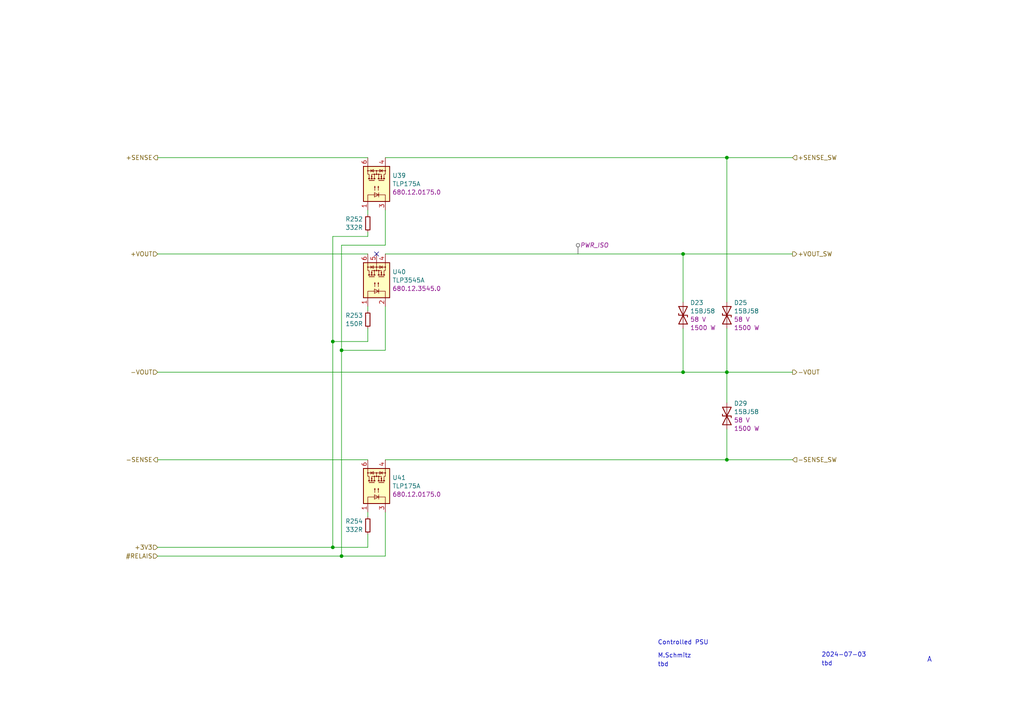
<source format=kicad_sch>
(kicad_sch (version 20231120) (generator "eeschema") (generator_version "8.0")
  (paper "A4")
  (title_block (title "CQ2") (date "2024-07-17") (rev "0"))
  (lib_symbols
    (symbol "ci4rail-database:discrete/31" (pin_numbers hide) (pin_names (offset 1.016) hide)
      (property "Reference" "D" (at 0 2.54 0))
      (property "Value" "15BJ58" (at 0 -2.54 0))
      (property "Value1" "58 V" (at 0 0 0))
      (property "Value2" "1500 W" (at 0 0 0))
      (symbol "discrete/31_0_1"
        (polyline (pts (xy 1.27 0) (xy -1.27 0)))
        (polyline (pts (xy -2.54 -1.27) (xy 0 0) (xy -2.54 1.27) (xy -2.54 -1.27)) (stroke (width 0.254)))
        (polyline (pts (xy 0.508 1.27) (xy 0 1.27) (xy 0 -1.27) (xy -0.508 -1.27)) (stroke (width 0.254)))
        (polyline (pts (xy 2.54 1.27) (xy 2.54 -1.27) (xy 0 0) (xy 2.54 1.27)) (stroke (width 0.254)))
      )
      (symbol "discrete/31_1_1"
        (pin passive line (at -3.81 0 0) (length 2.54) (name "A") (number "A"))
        (pin passive line (at 3.81 0 180) (length 2.54) (name "C") (number "C"))
      )
    )
    (symbol "ci4rail-database:opto/13"
      (property "Reference" "U?" (at 1.2121 -4.572 90))
      (property "Value" "TLP175A" (at -1.2121 -4.572 90))
      (symbol "opto/13_0_1"
        (rectangle (start -5.08 3.81) (end 5.08 -3.81) (stroke (width 0.254)) (fill (type background)))
        (polyline (pts (xy -3.81 -0.635) (xy -2.54 -0.635)))
        (polyline (pts (xy 1.016 -0.635) (xy 1.016 -2.159)) (stroke (width 0.2032)))
        (polyline (pts (xy 1.016 2.159) (xy 1.016 0.635)) (stroke (width 0.2032)))
        (polyline (pts (xy 1.524 -0.508) (xy 1.524 -0.762)) (stroke (width 0.3556)))
        (polyline (pts (xy 2.794 0) (xy 3.81 0)))
        (polyline (pts (xy 3.429 -1.651) (xy 4.191 -1.651)))
        (polyline (pts (xy 3.429 1.651) (xy 4.191 1.651)))
        (polyline (pts (xy 3.81 -2.54) (xy 3.81 2.54)))
        (polyline (pts (xy 1.524 -2.032) (xy 1.524 -2.286) (xy 1.524 -2.286)) (stroke (width 0.3556)))
        (polyline (pts (xy 1.524 -1.27) (xy 1.524 -1.524) (xy 1.524 -1.524)) (stroke (width 0.3556)))
        (polyline (pts (xy 1.524 0.762) (xy 1.524 0.508) (xy 1.524 0.508)) (stroke (width 0.3556)))
        (polyline (pts (xy 1.524 1.524) (xy 1.524 1.27) (xy 1.524 1.27)) (stroke (width 0.3556)))
        (polyline (pts (xy 1.524 2.286) (xy 1.524 2.032) (xy 1.524 2.032)) (stroke (width 0.3556)))
        (polyline (pts (xy 1.651 -1.397) (xy 2.794 -1.397) (xy 2.794 -0.635)))
        (polyline (pts (xy 1.651 1.397) (xy 2.794 1.397) (xy 2.794 0.635)))
        (polyline (pts (xy -5.08 2.54) (xy -3.175 2.54) (xy -3.175 -2.54) (xy -5.08 -2.54)))
        (polyline (pts (xy -3.175 -0.635) (xy -3.81 0.635) (xy -2.54 0.635) (xy -3.175 -0.635)))
        (polyline (pts (xy 1.651 -2.159) (xy 2.794 -2.159) (xy 2.794 -2.54) (xy 5.08 -2.54)))
        (polyline (pts (xy 1.651 -0.635) (xy 2.794 -0.635) (xy 2.794 0.635) (xy 1.651 0.635)))
        (polyline (pts (xy 1.651 2.159) (xy 2.794 2.159) (xy 2.794 2.54) (xy 5.08 2.54)))
        (polyline (pts (xy 1.778 -1.397) (xy 2.286 -1.27) (xy 2.286 -1.524) (xy 1.778 -1.397)))
        (polyline (pts (xy 1.778 1.397) (xy 2.286 1.524) (xy 2.286 1.27) (xy 1.778 1.397)))
        (polyline (pts (xy 3.81 -1.651) (xy 3.429 -0.889) (xy 4.191 -0.889) (xy 3.81 -1.651)))
        (polyline (pts (xy 3.81 1.651) (xy 3.429 0.889) (xy 4.191 0.889) (xy 3.81 1.651)))
        (polyline (pts (xy -1.905 -0.508) (xy -0.635 -0.508) (xy -1.016 -0.635) (xy -1.016 -0.381) (xy -0.635 -0.508)))
        (polyline (pts (xy -1.905 0.508) (xy -0.635 0.508) (xy -1.016 0.381) (xy -1.016 0.635) (xy -0.635 0.508)))
        (circle (center 2.794 -0.635) (radius 0.127))
        (circle (center 2.794 0) (radius 0.127))
        (circle (center 2.794 0.635) (radius 0.127))
        (circle (center 3.81 -2.54) (radius 0.127))
        (circle (center 3.81 0) (radius 0.127))
        (circle (center 3.81 2.54) (radius 0.127))
      )
      (symbol "opto/13_1_1"
        (pin passive line (at -7.62 2.54 0) (length 2.54) (name "~") (number "1"))
        (pin passive line (at -7.62 -2.54 0) (length 2.54) (name "~") (number "3"))
        (pin passive line (at 7.62 -2.54 180) (length 2.54) (name "~") (number "4"))
        (pin passive line (at 7.62 2.54 180) (length 2.54) (name "~") (number "6"))
      )
    )
    (symbol "ci4rail-database:opto/14"
      (property "Reference" "U?" (at 1.2121 -4.572 90))
      (property "Value" "TLP3545A" (at -1.2121 -4.572 90))
      (symbol "opto/14_0_1"
        (rectangle (start -5.08 3.81) (end 5.08 -3.81) (stroke (width 0.254)) (fill (type background)))
        (polyline (pts (xy -3.81 -0.635) (xy -2.54 -0.635)))
        (polyline (pts (xy 1.016 -0.635) (xy 1.016 -2.159)) (stroke (width 0.2032)))
        (polyline (pts (xy 1.016 2.159) (xy 1.016 0.635)) (stroke (width 0.2032)))
        (polyline (pts (xy 1.524 -0.508) (xy 1.524 -0.762)) (stroke (width 0.3556)))
        (polyline (pts (xy 2.794 0) (xy 5.08 0)))
        (polyline (pts (xy 3.429 -1.651) (xy 4.191 -1.651)))
        (polyline (pts (xy 3.429 1.651) (xy 4.191 1.651)))
        (polyline (pts (xy 3.81 -2.54) (xy 3.81 2.54)))
        (polyline (pts (xy 1.524 -2.032) (xy 1.524 -2.286) (xy 1.524 -2.286)) (stroke (width 0.3556)))
        (polyline (pts (xy 1.524 -1.27) (xy 1.524 -1.524) (xy 1.524 -1.524)) (stroke (width 0.3556)))
        (polyline (pts (xy 1.524 0.762) (xy 1.524 0.508) (xy 1.524 0.508)) (stroke (width 0.3556)))
        (polyline (pts (xy 1.524 1.524) (xy 1.524 1.27) (xy 1.524 1.27)) (stroke (width 0.3556)))
        (polyline (pts (xy 1.524 2.286) (xy 1.524 2.032) (xy 1.524 2.032)) (stroke (width 0.3556)))
        (polyline (pts (xy 1.651 -1.397) (xy 2.794 -1.397) (xy 2.794 -0.635)))
        (polyline (pts (xy 1.651 1.397) (xy 2.794 1.397) (xy 2.794 0.635)))
        (polyline (pts (xy -5.08 2.54) (xy -3.175 2.54) (xy -3.175 -2.54) (xy -5.08 -2.54)))
        (polyline (pts (xy -3.175 -0.635) (xy -3.81 0.635) (xy -2.54 0.635) (xy -3.175 -0.635)))
        (polyline (pts (xy 1.651 -2.159) (xy 2.794 -2.159) (xy 2.794 -2.54) (xy 5.08 -2.54)))
        (polyline (pts (xy 1.651 -0.635) (xy 2.794 -0.635) (xy 2.794 0.635) (xy 1.651 0.635)))
        (polyline (pts (xy 1.651 2.159) (xy 2.794 2.159) (xy 2.794 2.54) (xy 5.08 2.54)))
        (polyline (pts (xy 1.778 -1.397) (xy 2.286 -1.27) (xy 2.286 -1.524) (xy 1.778 -1.397)))
        (polyline (pts (xy 1.778 1.397) (xy 2.286 1.524) (xy 2.286 1.27) (xy 1.778 1.397)))
        (polyline (pts (xy 3.81 -1.651) (xy 3.429 -0.889) (xy 4.191 -0.889) (xy 3.81 -1.651)))
        (polyline (pts (xy 3.81 1.651) (xy 3.429 0.889) (xy 4.191 0.889) (xy 3.81 1.651)))
        (polyline (pts (xy -1.905 -0.508) (xy -0.635 -0.508) (xy -1.016 -0.635) (xy -1.016 -0.381) (xy -0.635 -0.508)))
        (polyline (pts (xy -1.905 0.508) (xy -0.635 0.508) (xy -1.016 0.381) (xy -1.016 0.635) (xy -0.635 0.508)))
        (circle (center 2.794 -0.635) (radius 0.127))
        (circle (center 2.794 0) (radius 0.127))
        (circle (center 2.794 0.635) (radius 0.127))
        (circle (center 3.81 -2.54) (radius 0.127))
        (circle (center 3.81 0) (radius 0.127))
        (circle (center 3.81 2.54) (radius 0.127))
      )
      (symbol "opto/14_1_1"
        (pin passive line (at -7.62 2.54 0) (length 2.54) (name "~") (number "1"))
        (pin passive line (at -7.62 -2.54 0) (length 2.54) (name "~") (number "2"))
        (pin no_connect line (at -5.08 0 0) (length 2.54) hide (name "~") (number "3"))
        (pin passive line (at 7.62 -2.54 180) (length 2.54) (name "~") (number "4"))
        (pin passive line (at 7.62 0 180) (length 2.54) (name "~") (number "5"))
        (pin passive line (at 7.62 2.54 180) (length 2.54) (name "~") (number "6"))
      )
    )
    (symbol "ci4rail-database:resistors/131" (pin_numbers hide) (pin_names (offset 0))
      (property "Reference" "R" (at 2.032 0 90))
      (property "Value" "150R" (at 0 0 90))
      (symbol "resistors/131_0_1"
        (rectangle (start -0.635 1.905) (end 0.635 -1.905) (stroke (width 0.254)))
      )
      (symbol "resistors/131_1_1"
        (pin passive line (at 0 2.54 270) (length 0.635) (name "~") (number "1"))
        (pin passive line (at 0 -2.54 90) (length 0.635) (name "~") (number "2"))
      )
    )
    (symbol "ci4rail-database:resistors/137" (pin_numbers hide) (pin_names (offset 0))
      (property "Reference" "R" (at 2.032 0 90))
      (property "Value" "332R" (at 0 0 90))
      (symbol "resistors/137_0_1"
        (rectangle (start -0.635 1.905) (end 0.635 -1.905) (stroke (width 0.254)))
      )
      (symbol "resistors/137_1_1"
        (pin passive line (at 0 2.54 270) (length 0.635) (name "~") (number "1"))
        (pin passive line (at 0 -2.54 90) (length 0.635) (name "~") (number "2"))
      )
    )
  )
  (junction (at 99.06 161.29))
  (junction (at 198.12 73.66))
  (junction (at 96.52 158.75))
  (junction (at 210.82 133.35))
  (junction (at 210.82 45.72))
  (junction (at 198.12 107.95))
  (junction (at 99.06 101.6))
  (junction (at 96.52 99.06))
  (junction (at 210.82 107.95))
  (no_connect (at 109.22 73.66))
  (wire (pts (xy 99.06 161.29) (xy 111.76 161.29)))
  (wire (pts (xy 111.76 133.35) (xy 210.82 133.35)))
  (wire (pts (xy 106.68 62.23) (xy 106.68 60.96)))
  (wire (pts (xy 198.12 95.25) (xy 198.12 107.95)))
  (wire (pts (xy 210.82 95.25) (xy 210.82 107.95)))
  (wire (pts (xy 99.06 101.6) (xy 111.76 101.6)))
  (wire (pts (xy 106.68 68.58) (xy 96.52 68.58)))
  (wire (pts (xy 198.12 107.95) (xy 210.82 107.95)))
  (wire (pts (xy 198.12 73.66) (xy 198.12 87.63)))
  (wire (pts (xy 45.72 161.29) (xy 99.06 161.29)))
  (wire (pts (xy 111.76 73.66) (xy 198.12 73.66)))
  (wire (pts (xy 210.82 107.95) (xy 210.82 116.84)))
  (wire (pts (xy 111.76 161.29) (xy 111.76 148.59)))
  (wire (pts (xy 106.68 90.17) (xy 106.68 88.9)))
  (wire (pts (xy 99.06 71.12) (xy 99.06 101.6)))
  (wire (pts (xy 96.52 99.06) (xy 96.52 158.75)))
  (wire (pts (xy 106.68 95.25) (xy 106.68 99.06)))
  (wire (pts (xy 111.76 101.6) (xy 111.76 88.9)))
  (wire (pts (xy 45.72 133.35) (xy 106.68 133.35)))
  (wire (pts (xy 45.72 45.72) (xy 106.68 45.72)))
  (wire (pts (xy 96.52 99.06) (xy 106.68 99.06)))
  (wire (pts (xy 111.76 60.96) (xy 111.76 71.12)))
  (wire (pts (xy 210.82 124.46) (xy 210.82 133.35)))
  (wire (pts (xy 45.72 107.95) (xy 198.12 107.95)))
  (wire (pts (xy 210.82 45.72) (xy 210.82 87.63)))
  (wire (pts (xy 106.68 154.94) (xy 106.68 158.75)))
  (wire (pts (xy 210.82 133.35) (xy 229.87 133.35)))
  (wire (pts (xy 45.72 158.75) (xy 96.52 158.75)))
  (wire (pts (xy 111.76 71.12) (xy 99.06 71.12)))
  (wire (pts (xy 45.72 73.66) (xy 106.68 73.66)))
  (wire (pts (xy 198.12 73.66) (xy 229.87 73.66)))
  (wire (pts (xy 111.76 45.72) (xy 210.82 45.72)))
  (wire (pts (xy 210.82 107.95) (xy 229.87 107.95)))
  (wire (pts (xy 96.52 68.58) (xy 96.52 99.06)))
  (wire (pts (xy 106.68 149.86) (xy 106.68 148.59)))
  (wire (pts (xy 106.68 68.58) (xy 106.68 67.31)))
  (wire (pts (xy 210.82 45.72) (xy 229.87 45.72)))
  (wire (pts (xy 96.52 158.75) (xy 106.68 158.75)))
  (wire (pts (xy 99.06 101.6) (xy 99.06 161.29)))
  (text "A" (at 268.859 192.278 0) (effects (font (size 1.4986 1.4986)) (justify left bottom)))
  (text "tbd" (at 238.252 193.294 0) (effects (font (size 1.27 1.27)) (justify left bottom)))
  (text "2024-07-03" (at 238.252 190.754 0) (effects (font (size 1.27 1.27)) (justify left bottom)))
  (text "tbd" (at 190.754 193.548 0) (effects (font (size 1.27 1.27)) (justify left bottom)))
  (text "M.Schmitz" (at 190.754 191.008 0) (effects (font (size 1.27 1.27)) (justify left bottom)))
  (text "Controlled PSU" (at 190.754 187.198 0) (effects (font (size 1.27 1.27)) (justify left bottom)))
  (hierarchical_label "+3V3" (shape input) (at 45.72 158.75 180))
  (hierarchical_label "-SENSE_SW" (shape input) (at 229.87 133.35 0))
  (hierarchical_label "#RELAIS" (shape input) (at 45.72 161.29 180))
  (hierarchical_label "-SENSE" (shape output) (at 45.72 133.35 180))
  (hierarchical_label "+VOUT_SW" (shape output) (at 229.87 73.66 0))
  (hierarchical_label "-VOUT" (shape output) (at 229.87 107.95 0))
  (hierarchical_label "+SENSE" (shape output) (at 45.72 45.72 180))
  (hierarchical_label "+SENSE_SW" (shape input) (at 229.87 45.72 0))
  (hierarchical_label "-VOUT" (shape input) (at 45.72 107.95 180))
  (hierarchical_label "+VOUT" (shape input) (at 45.72 73.66 180))
  (netclass_flag "" (length 2.54) (shape round) (at 167.64 73.66 0) (property "Netclass" "PWR_ISO" (at 168.2496 71.12 0) (effects (font (italic yes)) (justify left))))
  (symbol (lib_id "ci4rail-database:opto/13") (at 109.22 53.34 90) (unit 1)
    (property "Reference" "U39" (at 113.792 50.9157 90) (effects (justify right)))
    (property "Value" "TLP175A" (at 113.792 53.34 90) (effects (justify right)))
    (property "Footprint" "0-standard:MFSOP6-4_4.4x3.6mm_P1.27mm" (effects (hide yes)))
    (property "Datasheet" "${KICAD_CI4RAIL_DATASHEET_DIR}/opto-13" (effects (hide yes)))
    (property "Description" "Optorelais - SMT" (effects (hide yes)))
    (property "Value1" "50 Ohm" (effects (hide yes)))
    (property "Value2" "60 V" (effects (hide yes)))
    (property "Value3" "100 mA" (effects (hide yes)))
    (property "Value4" "3750 Vrms" (effects (hide yes)))
    (property "MPN" "TLP175A(TPL,E" (effects (hide yes)))
    (property "LTB" "2034" (effects (hide yes)))
    (property "ERP1" "opto-13" (effects (hide yes)))
    (property "ERP2" "680.12.0175.0" (at 113.792 55.7643 90) (effects (justify right)))
    (property "Cost" "0.50" (effects (hide yes)))
    (property "Lifecycle" "review pending CQ2" (effects (hide yes)))
    (instances (project "cq2" (path "" (reference "U39") (unit 1)) (path "" (reference "U46") (unit 1))))
  )
  (symbol (lib_id "ci4rail-database:discrete/31") (at 210.82 91.44 90) (unit 1)
    (property "Reference" "D25" (at 212.852 87.8035 90) (effects (justify right)))
    (property "Value" "15BJ58" (at 212.852 90.2278 90) (effects (justify right)))
    (property "Footprint" "0-standard:SMB-diode" (effects (hide yes)))
    (property "Datasheet" "${KICAD_CI4RAIL_DATASHEET_DIR}/M142-00009-00" (effects (hide yes)))
    (property "Description" "TVS Diode bidir" (effects (hide yes)))
    (property "Value1" "58 V" (at 212.852 92.6521 90) (effects (justify right)))
    (property "Value2" "1500 W" (at 212.852 95.0764 90) (effects (justify right)))
    (property "MPN" "EATON 15BJ58CA" (effects (hide yes)))
    (property "MPN1" "Bourns  1.5SMBJ58CA" (effects (hide yes)))
    (property "MPN2" "Littlefuse 1.5SMB68CA Vishay T15B68CA" (effects (hide yes)))
    (property "LTB" "2034" (effects (hide yes)))
    (property "ERP1" "M142-00009-00" (effects (hide yes)))
    (property "ERP2" "690.71.0058.15" (effects (hide yes)))
    (property "Cost" "0.30" (effects (hide yes)))
    (property "Lifecycle" "released" (effects (hide yes)))
    (property "Outline" "SMT SMB" (effects (hide yes)))
    (instances (project "cq2" (path "" (reference "D25") (unit 1)) (path "" (reference "D28") (unit 1))))
  )
  (symbol (lib_id "ci4rail-database:resistors/131") (at 106.68 92.71 0) (unit 1)
    (property "Reference" "R253" (at 105.2831 91.4978 0) (effects (justify right)))
    (property "Value" "150R" (at 105.2831 93.9221 0) (effects (justify right)))
    (property "Footprint" "0-standard:0402-resistor" (effects (hide yes)))
    (property "Description" "Thick film resistor" (effects (hide yes)))
    (property "Value1" "+/-1%" (effects (hide yes)))
    (property "Value2" "100 ppm" (effects (hide yes)))
    (property "Value3" "62.5 mW" (effects (hide yes)))
    (property "Value4" "50 V" (effects (hide yes)))
    (property "MPN" "n/a" (effects (hide yes)))
    (property "LTB" "9999" (effects (hide yes)))
    (property "ERP1" "M110-00115-00" (effects (hide yes)))
    (property "ERP2" "101.403.1150" (effects (hide yes)))
    (property "Lifecycle" "released" (effects (hide yes)))
    (property "Cost" "0.01" (effects (hide yes)))
    (property "Outline" "SMT 0402" (effects (hide yes)))
    (instances (project "" (path "" (reference "R253") (unit 1)) (path "" (reference "R288") (unit 1))))
  )
  (symbol (lib_id "ci4rail-database:opto/14") (at 109.22 81.28 90) (unit 1)
    (property "Reference" "U40" (at 113.792 78.8557 90) (effects (justify right)))
    (property "Value" "TLP3545A" (at 113.792 81.28 90) (effects (justify right)))
    (property "Footprint" "0-standard:SMDIP-6_W7.62mm" (effects (hide yes)))
    (property "Datasheet" "${KICAD_CI4RAIL_DATASHEET_DIR}/opto-14" (effects (hide yes)))
    (property "Description" "Optorelais - SMT" (effects (hide yes)))
    (property "Value1" "60 mOhm" (effects (hide yes)))
    (property "Value2" "60 V" (effects (hide yes)))
    (property "Value3" "4 A" (effects (hide yes)))
    (property "Value4" "2500 Vrms" (effects (hide yes)))
    (property "MPN" "Toshiba TLP3545A(TP1,F" (effects (hide yes)))
    (property "LTB" "2034" (effects (hide yes)))
    (property "ERP1" "opto-14" (effects (hide yes)))
    (property "ERP2" "680.12.3545.0" (at 113.792 83.7043 90) (effects (justify right)))
    (property "Cost" "2.47" (effects (hide yes)))
    (property "Lifecycle" "review pending CQ2" (effects (hide yes)))
    (instances (project "cq2" (path "" (reference "U40") (unit 1)) (path "" (reference "U47") (unit 1))))
  )
  (symbol (lib_id "ci4rail-database:discrete/31") (at 198.12 91.44 90) (unit 1)
    (property "Reference" "D23" (at 200.152 87.8035 90) (effects (justify right)))
    (property "Value" "15BJ58" (at 200.152 90.2278 90) (effects (justify right)))
    (property "Footprint" "0-standard:SMB-diode" (effects (hide yes)))
    (property "Datasheet" "${KICAD_CI4RAIL_DATASHEET_DIR}/M142-00009-00" (effects (hide yes)))
    (property "Description" "TVS Diode bidir" (effects (hide yes)))
    (property "Value1" "58 V" (at 200.152 92.6521 90) (effects (justify right)))
    (property "Value2" "1500 W" (at 200.152 95.0764 90) (effects (justify right)))
    (property "MPN" "EATON 15BJ58CA" (effects (hide yes)))
    (property "MPN1" "Bourns  1.5SMBJ58CA" (effects (hide yes)))
    (property "MPN2" "Littlefuse 1.5SMB68CA Vishay T15B68CA" (effects (hide yes)))
    (property "LTB" "2034" (effects (hide yes)))
    (property "ERP1" "M142-00009-00" (effects (hide yes)))
    (property "ERP2" "690.71.0058.15" (effects (hide yes)))
    (property "Cost" "0.30" (effects (hide yes)))
    (property "Lifecycle" "released" (effects (hide yes)))
    (property "Outline" "SMT SMB" (effects (hide yes)))
    (instances (project "cq2" (path "" (reference "D23") (unit 1)) (path "" (reference "D24") (unit 1))))
  )
  (symbol (lib_id "ci4rail-database:resistors/137") (at 106.68 64.77 0) (unit 1)
    (property "Reference" "R252" (at 105.2831 63.5578 0) (effects (justify right)))
    (property "Value" "332R" (at 105.2831 65.9821 0) (effects (justify right)))
    (property "Footprint" "0-standard:0402-resistor" (effects (hide yes)))
    (property "Description" "Thick film resistor" (effects (hide yes)))
    (property "Value1" "+/-1%" (effects (hide yes)))
    (property "Value2" "100 ppm" (effects (hide yes)))
    (property "Value3" "62.5 mW" (effects (hide yes)))
    (property "Value4" "50 V" (effects (hide yes)))
    (property "MPN" "n/a" (effects (hide yes)))
    (property "LTB" "9999" (effects (hide yes)))
    (property "ERP1" "M110-00121-00" (effects (hide yes)))
    (property "ERP2" "101.403.1332" (effects (hide yes)))
    (property "Lifecycle" "released" (effects (hide yes)))
    (property "Cost" "0.01" (effects (hide yes)))
    (property "Outline" "SMT 0402" (effects (hide yes)))
    (instances (project "" (path "" (reference "R252") (unit 1)) (path "" (reference "R287") (unit 1))))
  )
  (symbol (lib_id "ci4rail-database:discrete/31") (at 210.82 120.65 270) (unit 1)
    (property "Reference" "D29" (at 212.852 117.0135 90) (effects (justify left)))
    (property "Value" "15BJ58" (at 212.852 119.4378 90) (effects (justify left)))
    (property "Footprint" "0-standard:SMB-diode" (effects (hide yes)))
    (property "Datasheet" "${KICAD_CI4RAIL_DATASHEET_DIR}/M142-00009-00" (effects (hide yes)))
    (property "Description" "TVS Diode bidir" (effects (hide yes)))
    (property "Value1" "58 V" (at 212.852 121.8621 90) (effects (justify left)))
    (property "Value2" "1500 W" (at 212.852 124.2864 90) (effects (justify left)))
    (property "MPN" "EATON 15BJ58CA" (effects (hide yes)))
    (property "MPN1" "Bourns  1.5SMBJ58CA" (effects (hide yes)))
    (property "MPN2" "Littlefuse 1.5SMB68CA Vishay T15B68CA" (effects (hide yes)))
    (property "LTB" "2034" (effects (hide yes)))
    (property "ERP1" "M142-00009-00" (effects (hide yes)))
    (property "ERP2" "690.71.0058.15" (effects (hide yes)))
    (property "Cost" "0.30" (effects (hide yes)))
    (property "Lifecycle" "released" (effects (hide yes)))
    (property "Outline" "SMT SMB" (effects (hide yes)))
    (instances (project "cq2" (path "" (reference "D29") (unit 1)) (path "" (reference "D30") (unit 1))))
  )
  (symbol (lib_id "ci4rail-database:opto/13") (at 109.22 140.97 90) (unit 1)
    (property "Reference" "U41" (at 113.792 138.5457 90) (effects (justify right)))
    (property "Value" "TLP175A" (at 113.792 140.97 90) (effects (justify right)))
    (property "Footprint" "0-standard:MFSOP6-4_4.4x3.6mm_P1.27mm" (effects (hide yes)))
    (property "Datasheet" "${KICAD_CI4RAIL_DATASHEET_DIR}/opto-13" (effects (hide yes)))
    (property "Description" "Optorelais - SMT" (effects (hide yes)))
    (property "Value1" "50 Ohm" (effects (hide yes)))
    (property "Value2" "60 V" (effects (hide yes)))
    (property "Value3" "100 mA" (effects (hide yes)))
    (property "Value4" "3750 Vrms" (effects (hide yes)))
    (property "MPN" "TLP175A(TPL,E" (effects (hide yes)))
    (property "LTB" "2034" (effects (hide yes)))
    (property "ERP1" "opto-13" (effects (hide yes)))
    (property "ERP2" "680.12.0175.0" (at 113.792 143.3943 90) (effects (justify right)))
    (property "Cost" "0.50" (effects (hide yes)))
    (property "Lifecycle" "review pending CQ2" (effects (hide yes)))
    (instances (project "cq2" (path "" (reference "U41") (unit 1)) (path "" (reference "U48") (unit 1))))
  )
  (symbol (lib_id "ci4rail-database:resistors/137") (at 106.68 152.4 0) (unit 1)
    (property "Reference" "R254" (at 105.2831 151.1878 0) (effects (justify right)))
    (property "Value" "332R" (at 105.2831 153.6121 0) (effects (justify right)))
    (property "Footprint" "0-standard:0402-resistor" (effects (hide yes)))
    (property "Description" "Thick film resistor" (effects (hide yes)))
    (property "Value1" "+/-1%" (effects (hide yes)))
    (property "Value2" "100 ppm" (effects (hide yes)))
    (property "Value3" "62.5 mW" (effects (hide yes)))
    (property "Value4" "50 V" (effects (hide yes)))
    (property "MPN" "n/a" (effects (hide yes)))
    (property "LTB" "9999" (effects (hide yes)))
    (property "ERP1" "M110-00121-00" (effects (hide yes)))
    (property "ERP2" "101.403.1332" (effects (hide yes)))
    (property "Lifecycle" "released" (effects (hide yes)))
    (property "Cost" "0.01" (effects (hide yes)))
    (property "Outline" "SMT 0402" (effects (hide yes)))
    (instances (project "cq2" (path "" (reference "R254") (unit 1)) (path "" (reference "R289") (unit 1))))
  )
)
</source>
